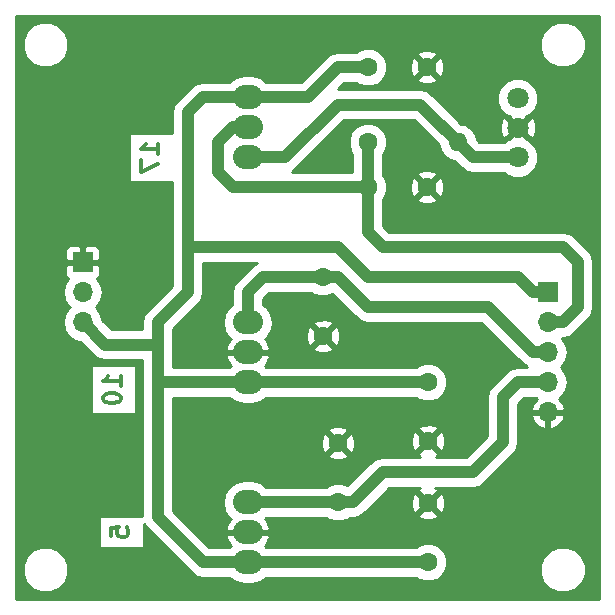
<source format=gbr>
G04 #@! TF.FileFunction,Copper,L2,Bot,Signal*
%FSLAX46Y46*%
G04 Gerber Fmt 4.6, Leading zero omitted, Abs format (unit mm)*
G04 Created by KiCad (PCBNEW 4.0.7-e2-6376~61~ubuntu18.04.1) date Fri Jan 25 11:22:19 2019*
%MOMM*%
%LPD*%
G01*
G04 APERTURE LIST*
%ADD10C,0.100000*%
%ADD11C,0.300000*%
%ADD12C,1.600000*%
%ADD13R,1.700000X1.700000*%
%ADD14O,1.700000X1.700000*%
%ADD15O,1.600000X1.600000*%
%ADD16C,1.800000*%
%ADD17O,2.540000X2.032000*%
%ADD18C,1.000000*%
%ADD19C,0.254000*%
G04 APERTURE END LIST*
D10*
D11*
X129353571Y-101957144D02*
X129353571Y-101242858D01*
X130067857Y-101171429D01*
X129996429Y-101242858D01*
X129925000Y-101385715D01*
X129925000Y-101742858D01*
X129996429Y-101885715D01*
X130067857Y-101957144D01*
X130210714Y-102028572D01*
X130567857Y-102028572D01*
X130710714Y-101957144D01*
X130782143Y-101885715D01*
X130853571Y-101742858D01*
X130853571Y-101385715D01*
X130782143Y-101242858D01*
X130710714Y-101171429D01*
X130218571Y-89249286D02*
X130218571Y-88392143D01*
X130218571Y-88820715D02*
X128718571Y-88820715D01*
X128932857Y-88677858D01*
X129075714Y-88535000D01*
X129147143Y-88392143D01*
X128718571Y-90177857D02*
X128718571Y-90320714D01*
X128790000Y-90463571D01*
X128861429Y-90535000D01*
X129004286Y-90606429D01*
X129290000Y-90677857D01*
X129647143Y-90677857D01*
X129932857Y-90606429D01*
X130075714Y-90535000D01*
X130147143Y-90463571D01*
X130218571Y-90320714D01*
X130218571Y-90177857D01*
X130147143Y-90035000D01*
X130075714Y-89963571D01*
X129932857Y-89892143D01*
X129647143Y-89820714D01*
X129290000Y-89820714D01*
X129004286Y-89892143D01*
X128861429Y-89963571D01*
X128790000Y-90035000D01*
X128718571Y-90177857D01*
X133393571Y-69564286D02*
X133393571Y-68707143D01*
X133393571Y-69135715D02*
X131893571Y-69135715D01*
X132107857Y-68992858D01*
X132250714Y-68850000D01*
X132322143Y-68707143D01*
X131893571Y-70064286D02*
X131893571Y-71064286D01*
X133393571Y-70421429D01*
D12*
X151130000Y-62230000D03*
X156130000Y-62230000D03*
X156210000Y-104140000D03*
X156210000Y-99140000D03*
X156210000Y-88900000D03*
X156210000Y-93900000D03*
X148590000Y-99060000D03*
X148590000Y-94060000D03*
X147320000Y-80010000D03*
X147320000Y-85010000D03*
X151130000Y-72390000D03*
X156130000Y-72390000D03*
D13*
X127000000Y-78740000D03*
D14*
X127000000Y-81280000D03*
X127000000Y-83820000D03*
D13*
X166370000Y-81280000D03*
D14*
X166370000Y-83820000D03*
X166370000Y-86360000D03*
X166370000Y-88900000D03*
X166370000Y-91440000D03*
D12*
X151130000Y-68580000D03*
D15*
X158750000Y-68580000D03*
D16*
X163830000Y-64850000D03*
X163830000Y-67350000D03*
X163830000Y-69850000D03*
D17*
X140970000Y-67310000D03*
X140970000Y-64770000D03*
X140970000Y-69850000D03*
X140970000Y-101600000D03*
X140970000Y-99060000D03*
X140970000Y-104140000D03*
X140970000Y-86360000D03*
X140970000Y-83820000D03*
X140970000Y-88900000D03*
D18*
X127000000Y-83820000D02*
X128905000Y-85725000D01*
X128905000Y-85725000D02*
X133350000Y-85725000D01*
X140970000Y-104140000D02*
X156210000Y-104140000D01*
X166370000Y-81280000D02*
X165100000Y-81280000D01*
X148590000Y-77470000D02*
X135890000Y-77470000D01*
X151130000Y-80010000D02*
X148590000Y-77470000D01*
X163830000Y-80010000D02*
X151130000Y-80010000D01*
X165100000Y-81280000D02*
X163830000Y-80010000D01*
X140970000Y-88900000D02*
X135890000Y-88900000D01*
X135890000Y-88900000D02*
X133350000Y-88900000D01*
X156210000Y-88900000D02*
X149860000Y-88900000D01*
X149860000Y-88900000D02*
X140970000Y-88900000D01*
X140970000Y-64770000D02*
X137160000Y-64770000D01*
X135890000Y-66040000D02*
X135890000Y-77470000D01*
X135890000Y-77470000D02*
X135890000Y-81280000D01*
X137160000Y-64770000D02*
X135890000Y-66040000D01*
X140970000Y-104140000D02*
X137160000Y-104140000D01*
X133350000Y-100330000D02*
X133350000Y-93980000D01*
X133350000Y-93980000D02*
X133350000Y-91440000D01*
X133350000Y-91440000D02*
X133350000Y-88900000D01*
X137160000Y-104140000D02*
X133350000Y-100330000D01*
X133350000Y-83820000D02*
X133350000Y-85725000D01*
X133350000Y-85725000D02*
X133350000Y-88900000D01*
X135890000Y-81280000D02*
X133350000Y-83820000D01*
X140970000Y-64770000D02*
X146050000Y-64770000D01*
X148590000Y-62230000D02*
X151130000Y-62230000D01*
X146050000Y-64770000D02*
X148590000Y-62230000D01*
X148590000Y-99060000D02*
X149860000Y-99060000D01*
X163830000Y-88900000D02*
X166370000Y-88900000D01*
X162560000Y-90170000D02*
X163830000Y-88900000D01*
X162560000Y-93980000D02*
X162560000Y-90170000D01*
X160020000Y-96520000D02*
X162560000Y-93980000D01*
X152400000Y-96520000D02*
X160020000Y-96520000D01*
X149860000Y-99060000D02*
X152400000Y-96520000D01*
X140970000Y-99060000D02*
X148590000Y-99060000D01*
X140970000Y-83820000D02*
X140970000Y-81280000D01*
X140970000Y-81280000D02*
X142240000Y-80010000D01*
X142240000Y-80010000D02*
X147320000Y-80010000D01*
X165100000Y-86360000D02*
X166370000Y-86360000D01*
X161290000Y-82550000D02*
X165100000Y-86360000D01*
X151130000Y-82550000D02*
X161290000Y-82550000D01*
X148590000Y-80010000D02*
X151130000Y-82550000D01*
X142240000Y-80010000D02*
X148590000Y-80010000D01*
X140970000Y-81280000D02*
X142240000Y-80010000D01*
X168910000Y-78740000D02*
X167640000Y-77470000D01*
X167640000Y-83820000D02*
X168910000Y-82550000D01*
X168910000Y-82550000D02*
X168910000Y-78740000D01*
X166370000Y-83820000D02*
X167640000Y-83820000D01*
X151130000Y-76200000D02*
X151130000Y-72390000D01*
X152400000Y-77470000D02*
X151130000Y-76200000D01*
X167640000Y-77470000D02*
X152400000Y-77470000D01*
X140970000Y-67310000D02*
X139700000Y-67310000D01*
X139700000Y-72390000D02*
X151130000Y-72390000D01*
X138430000Y-71120000D02*
X139700000Y-72390000D01*
X138430000Y-68580000D02*
X138430000Y-71120000D01*
X139700000Y-67310000D02*
X138430000Y-68580000D01*
X151130000Y-72390000D02*
X151130000Y-68580000D01*
X158750000Y-68580000D02*
X155575000Y-65405000D01*
X155575000Y-65405000D02*
X148590000Y-65405000D01*
X148590000Y-65405000D02*
X144145000Y-69850000D01*
X144145000Y-69850000D02*
X140970000Y-69850000D01*
X140970000Y-69850000D02*
X144145000Y-69850000D01*
X160020000Y-69850000D02*
X163830000Y-69850000D01*
X155575000Y-65405000D02*
X160020000Y-69850000D01*
X148590000Y-65405000D02*
X155575000Y-65405000D01*
X144145000Y-69850000D02*
X148590000Y-65405000D01*
D19*
G36*
X170740000Y-107240000D02*
X121360000Y-107240000D01*
X121360000Y-105156622D01*
X121897666Y-105156622D01*
X122190416Y-105865132D01*
X122732017Y-106407678D01*
X123440014Y-106701665D01*
X124206622Y-106702334D01*
X124915132Y-106409584D01*
X125457678Y-105867983D01*
X125751665Y-105159986D01*
X125752334Y-104393378D01*
X125459584Y-103684868D01*
X124917983Y-103142322D01*
X124209986Y-102848335D01*
X123443378Y-102847666D01*
X122734868Y-103140416D01*
X122192322Y-103682017D01*
X121898335Y-104390014D01*
X121897666Y-105156622D01*
X121360000Y-105156622D01*
X121360000Y-87471429D01*
X127705000Y-87471429D01*
X127705000Y-91598571D01*
X131525000Y-91598571D01*
X131525000Y-87471429D01*
X127705000Y-87471429D01*
X121360000Y-87471429D01*
X121360000Y-81280000D01*
X125290146Y-81280000D01*
X125417800Y-81921760D01*
X125781328Y-82465818D01*
X125907315Y-82550000D01*
X125781328Y-82634182D01*
X125417800Y-83178240D01*
X125290146Y-83820000D01*
X125417800Y-84461760D01*
X125781328Y-85005818D01*
X126325386Y-85369346D01*
X126758919Y-85455581D01*
X127966669Y-86663331D01*
X128397179Y-86950988D01*
X128905000Y-87052001D01*
X128905005Y-87052000D01*
X132023000Y-87052000D01*
X132023000Y-100250714D01*
X128340000Y-100250714D01*
X128340000Y-102949285D01*
X132160000Y-102949285D01*
X132160000Y-100891681D01*
X132411669Y-101268331D01*
X136221667Y-105078328D01*
X136221669Y-105078331D01*
X136343875Y-105159986D01*
X136652179Y-105365988D01*
X137160000Y-105467001D01*
X137160005Y-105467000D01*
X139407341Y-105467000D01*
X139969631Y-105842710D01*
X140674917Y-105983000D01*
X141265083Y-105983000D01*
X141970369Y-105842710D01*
X142532659Y-105467000D01*
X155235766Y-105467000D01*
X155287175Y-105518499D01*
X155884950Y-105766717D01*
X156532211Y-105767282D01*
X157130418Y-105520108D01*
X157494538Y-105156622D01*
X165712666Y-105156622D01*
X166005416Y-105865132D01*
X166547017Y-106407678D01*
X167255014Y-106701665D01*
X168021622Y-106702334D01*
X168730132Y-106409584D01*
X169272678Y-105867983D01*
X169566665Y-105159986D01*
X169567334Y-104393378D01*
X169274584Y-103684868D01*
X168732983Y-103142322D01*
X168024986Y-102848335D01*
X167258378Y-102847666D01*
X166549868Y-103140416D01*
X166007322Y-103682017D01*
X165713335Y-104390014D01*
X165712666Y-105156622D01*
X157494538Y-105156622D01*
X157588499Y-105062825D01*
X157836717Y-104465050D01*
X157837282Y-103817789D01*
X157590108Y-103219582D01*
X157132825Y-102761501D01*
X156535050Y-102513283D01*
X155887789Y-102512718D01*
X155289582Y-102759892D01*
X155236381Y-102813000D01*
X142532659Y-102813000D01*
X142411749Y-102732210D01*
X142481236Y-102677630D01*
X142797926Y-102114477D01*
X142829975Y-101982944D01*
X142710836Y-101727000D01*
X141097000Y-101727000D01*
X141097000Y-101747000D01*
X140843000Y-101747000D01*
X140843000Y-101727000D01*
X139229164Y-101727000D01*
X139110025Y-101982944D01*
X139142074Y-102114477D01*
X139458764Y-102677630D01*
X139528251Y-102732210D01*
X139407341Y-102813000D01*
X137709661Y-102813000D01*
X134677000Y-99780338D01*
X134677000Y-95067745D01*
X147761861Y-95067745D01*
X147835995Y-95313864D01*
X148373223Y-95506965D01*
X148943454Y-95479778D01*
X149344005Y-95313864D01*
X149418139Y-95067745D01*
X148590000Y-94239605D01*
X147761861Y-95067745D01*
X134677000Y-95067745D01*
X134677000Y-93843223D01*
X147143035Y-93843223D01*
X147170222Y-94413454D01*
X147336136Y-94814005D01*
X147582255Y-94888139D01*
X148410395Y-94060000D01*
X148769605Y-94060000D01*
X149597745Y-94888139D01*
X149843864Y-94814005D01*
X150036965Y-94276777D01*
X150009778Y-93706546D01*
X150000118Y-93683223D01*
X154763035Y-93683223D01*
X154790222Y-94253454D01*
X154956136Y-94654005D01*
X155202255Y-94728139D01*
X156030395Y-93900000D01*
X156389605Y-93900000D01*
X157217745Y-94728139D01*
X157463864Y-94654005D01*
X157656965Y-94116777D01*
X157629778Y-93546546D01*
X157463864Y-93145995D01*
X157217745Y-93071861D01*
X156389605Y-93900000D01*
X156030395Y-93900000D01*
X155202255Y-93071861D01*
X154956136Y-93145995D01*
X154763035Y-93683223D01*
X150000118Y-93683223D01*
X149843864Y-93305995D01*
X149597745Y-93231861D01*
X148769605Y-94060000D01*
X148410395Y-94060000D01*
X147582255Y-93231861D01*
X147336136Y-93305995D01*
X147143035Y-93843223D01*
X134677000Y-93843223D01*
X134677000Y-93052255D01*
X147761861Y-93052255D01*
X148590000Y-93880395D01*
X149418139Y-93052255D01*
X149369946Y-92892255D01*
X155381861Y-92892255D01*
X156210000Y-93720395D01*
X157038139Y-92892255D01*
X156964005Y-92646136D01*
X156426777Y-92453035D01*
X155856546Y-92480222D01*
X155455995Y-92646136D01*
X155381861Y-92892255D01*
X149369946Y-92892255D01*
X149344005Y-92806136D01*
X148806777Y-92613035D01*
X148236546Y-92640222D01*
X147835995Y-92806136D01*
X147761861Y-93052255D01*
X134677000Y-93052255D01*
X134677000Y-90227000D01*
X139407341Y-90227000D01*
X139969631Y-90602710D01*
X140674917Y-90743000D01*
X141265083Y-90743000D01*
X141970369Y-90602710D01*
X142532659Y-90227000D01*
X155235766Y-90227000D01*
X155287175Y-90278499D01*
X155884950Y-90526717D01*
X156532211Y-90527282D01*
X157130418Y-90280108D01*
X157588499Y-89822825D01*
X157836717Y-89225050D01*
X157837282Y-88577789D01*
X157590108Y-87979582D01*
X157132825Y-87521501D01*
X156535050Y-87273283D01*
X155887789Y-87272718D01*
X155289582Y-87519892D01*
X155236381Y-87573000D01*
X142532659Y-87573000D01*
X142411749Y-87492210D01*
X142481236Y-87437630D01*
X142797926Y-86874477D01*
X142829975Y-86742944D01*
X142710836Y-86487000D01*
X141097000Y-86487000D01*
X141097000Y-86507000D01*
X140843000Y-86507000D01*
X140843000Y-86487000D01*
X139229164Y-86487000D01*
X139110025Y-86742944D01*
X139142074Y-86874477D01*
X139458764Y-87437630D01*
X139528251Y-87492210D01*
X139407341Y-87573000D01*
X134677000Y-87573000D01*
X134677000Y-84369662D01*
X136828328Y-82218333D01*
X136828331Y-82218331D01*
X137115988Y-81787821D01*
X137217000Y-81280000D01*
X137217000Y-78797000D01*
X141712741Y-78797000D01*
X141301669Y-79071669D01*
X140031669Y-80341669D01*
X139744012Y-80772179D01*
X139643000Y-81280000D01*
X139643000Y-82335538D01*
X139371719Y-82516802D01*
X138972207Y-83114714D01*
X138831917Y-83820000D01*
X138972207Y-84525286D01*
X139371719Y-85123198D01*
X139528251Y-85227790D01*
X139458764Y-85282370D01*
X139142074Y-85845523D01*
X139110025Y-85977056D01*
X139229164Y-86233000D01*
X140843000Y-86233000D01*
X140843000Y-86213000D01*
X141097000Y-86213000D01*
X141097000Y-86233000D01*
X142710836Y-86233000D01*
X142811034Y-86017745D01*
X146491861Y-86017745D01*
X146565995Y-86263864D01*
X147103223Y-86456965D01*
X147673454Y-86429778D01*
X148074005Y-86263864D01*
X148148139Y-86017745D01*
X147320000Y-85189605D01*
X146491861Y-86017745D01*
X142811034Y-86017745D01*
X142829975Y-85977056D01*
X142797926Y-85845523D01*
X142481236Y-85282370D01*
X142411749Y-85227790D01*
X142568281Y-85123198D01*
X142788763Y-84793223D01*
X145873035Y-84793223D01*
X145900222Y-85363454D01*
X146066136Y-85764005D01*
X146312255Y-85838139D01*
X147140395Y-85010000D01*
X147499605Y-85010000D01*
X148327745Y-85838139D01*
X148573864Y-85764005D01*
X148766965Y-85226777D01*
X148739778Y-84656546D01*
X148573864Y-84255995D01*
X148327745Y-84181861D01*
X147499605Y-85010000D01*
X147140395Y-85010000D01*
X146312255Y-84181861D01*
X146066136Y-84255995D01*
X145873035Y-84793223D01*
X142788763Y-84793223D01*
X142967793Y-84525286D01*
X143071830Y-84002255D01*
X146491861Y-84002255D01*
X147320000Y-84830395D01*
X148148139Y-84002255D01*
X148074005Y-83756136D01*
X147536777Y-83563035D01*
X146966546Y-83590222D01*
X146565995Y-83756136D01*
X146491861Y-84002255D01*
X143071830Y-84002255D01*
X143108083Y-83820000D01*
X142967793Y-83114714D01*
X142568281Y-82516802D01*
X142297000Y-82335538D01*
X142297000Y-81829662D01*
X142789662Y-81337000D01*
X146345766Y-81337000D01*
X146397175Y-81388499D01*
X146994950Y-81636717D01*
X147642211Y-81637282D01*
X148136418Y-81433080D01*
X150191667Y-83488328D01*
X150191669Y-83488331D01*
X150592468Y-83756136D01*
X150622179Y-83775988D01*
X151130000Y-83877000D01*
X160740338Y-83877000D01*
X164161667Y-87298328D01*
X164161669Y-87298331D01*
X164420729Y-87471429D01*
X164572741Y-87573000D01*
X163830000Y-87573000D01*
X163322179Y-87674012D01*
X162891669Y-87961669D01*
X161621669Y-89231669D01*
X161334012Y-89662179D01*
X161233000Y-90170000D01*
X161233000Y-93430339D01*
X159470338Y-95193000D01*
X156869523Y-95193000D01*
X156964005Y-95153864D01*
X157038139Y-94907745D01*
X156210000Y-94079605D01*
X155381861Y-94907745D01*
X155455995Y-95153864D01*
X155564876Y-95193000D01*
X152400000Y-95193000D01*
X151892179Y-95294012D01*
X151461669Y-95581669D01*
X151461667Y-95581672D01*
X149406138Y-97637201D01*
X148915050Y-97433283D01*
X148267789Y-97432718D01*
X147669582Y-97679892D01*
X147616381Y-97733000D01*
X142532659Y-97733000D01*
X141970369Y-97357290D01*
X141265083Y-97217000D01*
X140674917Y-97217000D01*
X139969631Y-97357290D01*
X139371719Y-97756802D01*
X138972207Y-98354714D01*
X138831917Y-99060000D01*
X138972207Y-99765286D01*
X139371719Y-100363198D01*
X139528251Y-100467790D01*
X139458764Y-100522370D01*
X139142074Y-101085523D01*
X139110025Y-101217056D01*
X139229164Y-101473000D01*
X140843000Y-101473000D01*
X140843000Y-101453000D01*
X141097000Y-101453000D01*
X141097000Y-101473000D01*
X142710836Y-101473000D01*
X142829975Y-101217056D01*
X142797926Y-101085523D01*
X142481236Y-100522370D01*
X142411749Y-100467790D01*
X142532659Y-100387000D01*
X147615766Y-100387000D01*
X147667175Y-100438499D01*
X148264950Y-100686717D01*
X148912211Y-100687282D01*
X149510418Y-100440108D01*
X149563619Y-100387000D01*
X149860000Y-100387000D01*
X150367821Y-100285988D01*
X150574716Y-100147745D01*
X155381861Y-100147745D01*
X155455995Y-100393864D01*
X155993223Y-100586965D01*
X156563454Y-100559778D01*
X156964005Y-100393864D01*
X157038139Y-100147745D01*
X156210000Y-99319605D01*
X155381861Y-100147745D01*
X150574716Y-100147745D01*
X150798331Y-99998331D01*
X151873438Y-98923223D01*
X154763035Y-98923223D01*
X154790222Y-99493454D01*
X154956136Y-99894005D01*
X155202255Y-99968139D01*
X156030395Y-99140000D01*
X156389605Y-99140000D01*
X157217745Y-99968139D01*
X157463864Y-99894005D01*
X157656965Y-99356777D01*
X157629778Y-98786546D01*
X157463864Y-98385995D01*
X157217745Y-98311861D01*
X156389605Y-99140000D01*
X156030395Y-99140000D01*
X155202255Y-98311861D01*
X154956136Y-98385995D01*
X154763035Y-98923223D01*
X151873438Y-98923223D01*
X152949661Y-97847000D01*
X155550477Y-97847000D01*
X155455995Y-97886136D01*
X155381861Y-98132255D01*
X156210000Y-98960395D01*
X157038139Y-98132255D01*
X156964005Y-97886136D01*
X156855124Y-97847000D01*
X160020000Y-97847000D01*
X160527821Y-97745988D01*
X160958331Y-97458331D01*
X163498328Y-94918333D01*
X163498331Y-94918331D01*
X163785988Y-94487821D01*
X163887000Y-93980000D01*
X163887000Y-91796890D01*
X164928524Y-91796890D01*
X165098355Y-92206924D01*
X165488642Y-92635183D01*
X166013108Y-92881486D01*
X166243000Y-92760819D01*
X166243000Y-91567000D01*
X166497000Y-91567000D01*
X166497000Y-92760819D01*
X166726892Y-92881486D01*
X167251358Y-92635183D01*
X167641645Y-92206924D01*
X167811476Y-91796890D01*
X167690155Y-91567000D01*
X166497000Y-91567000D01*
X166243000Y-91567000D01*
X165049845Y-91567000D01*
X164928524Y-91796890D01*
X163887000Y-91796890D01*
X163887000Y-90719662D01*
X164379662Y-90227000D01*
X165362622Y-90227000D01*
X165451039Y-90286079D01*
X165098355Y-90673076D01*
X164928524Y-91083110D01*
X165049845Y-91313000D01*
X166243000Y-91313000D01*
X166243000Y-91293000D01*
X166497000Y-91293000D01*
X166497000Y-91313000D01*
X167690155Y-91313000D01*
X167811476Y-91083110D01*
X167641645Y-90673076D01*
X167288961Y-90286079D01*
X167588672Y-90085818D01*
X167952200Y-89541760D01*
X168079854Y-88900000D01*
X167952200Y-88258240D01*
X167588672Y-87714182D01*
X167462685Y-87630000D01*
X167588672Y-87545818D01*
X167952200Y-87001760D01*
X168079854Y-86360000D01*
X167952200Y-85718240D01*
X167588672Y-85174182D01*
X167547991Y-85147000D01*
X167640000Y-85147000D01*
X168147821Y-85045988D01*
X168578331Y-84758331D01*
X169848331Y-83488331D01*
X170135988Y-83057821D01*
X170237000Y-82550000D01*
X170237000Y-78740000D01*
X170135988Y-78232179D01*
X169848331Y-77801669D01*
X168578331Y-76531669D01*
X168147821Y-76244012D01*
X167640000Y-76143000D01*
X152949662Y-76143000D01*
X152457000Y-75650338D01*
X152457000Y-73397745D01*
X155301861Y-73397745D01*
X155375995Y-73643864D01*
X155913223Y-73836965D01*
X156483454Y-73809778D01*
X156884005Y-73643864D01*
X156958139Y-73397745D01*
X156130000Y-72569605D01*
X155301861Y-73397745D01*
X152457000Y-73397745D01*
X152457000Y-73364234D01*
X152508499Y-73312825D01*
X152756717Y-72715050D01*
X152757189Y-72173223D01*
X154683035Y-72173223D01*
X154710222Y-72743454D01*
X154876136Y-73144005D01*
X155122255Y-73218139D01*
X155950395Y-72390000D01*
X156309605Y-72390000D01*
X157137745Y-73218139D01*
X157383864Y-73144005D01*
X157576965Y-72606777D01*
X157549778Y-72036546D01*
X157383864Y-71635995D01*
X157137745Y-71561861D01*
X156309605Y-72390000D01*
X155950395Y-72390000D01*
X155122255Y-71561861D01*
X154876136Y-71635995D01*
X154683035Y-72173223D01*
X152757189Y-72173223D01*
X152757282Y-72067789D01*
X152510108Y-71469582D01*
X152457000Y-71416381D01*
X152457000Y-71382255D01*
X155301861Y-71382255D01*
X156130000Y-72210395D01*
X156958139Y-71382255D01*
X156884005Y-71136136D01*
X156346777Y-70943035D01*
X155776546Y-70970222D01*
X155375995Y-71136136D01*
X155301861Y-71382255D01*
X152457000Y-71382255D01*
X152457000Y-69554234D01*
X152508499Y-69502825D01*
X152756717Y-68905050D01*
X152757282Y-68257789D01*
X152510108Y-67659582D01*
X152052825Y-67201501D01*
X151455050Y-66953283D01*
X150807789Y-66952718D01*
X150209582Y-67199892D01*
X149751501Y-67657175D01*
X149503283Y-68254950D01*
X149502718Y-68902211D01*
X149749892Y-69500418D01*
X149803000Y-69553619D01*
X149803000Y-71063000D01*
X144672259Y-71063000D01*
X145083331Y-70788331D01*
X145083332Y-70788330D01*
X149139661Y-66732000D01*
X155025338Y-66732000D01*
X157145202Y-68851864D01*
X157214973Y-69202626D01*
X157567662Y-69730463D01*
X158095499Y-70083152D01*
X158446262Y-70152923D01*
X159081667Y-70788328D01*
X159081669Y-70788331D01*
X159492741Y-71063000D01*
X159512179Y-71075988D01*
X160020000Y-71177000D01*
X162714468Y-71177000D01*
X162850456Y-71313226D01*
X163484971Y-71576700D01*
X164172014Y-71577299D01*
X164806989Y-71314933D01*
X165293226Y-70829544D01*
X165556700Y-70195029D01*
X165557299Y-69507986D01*
X165294933Y-68873011D01*
X164809544Y-68386774D01*
X164600271Y-68299876D01*
X163830000Y-67529605D01*
X163060109Y-68299496D01*
X162853011Y-68385067D01*
X162714837Y-68523000D01*
X160569661Y-68523000D01*
X160354798Y-68308137D01*
X160285027Y-67957374D01*
X159932338Y-67429537D01*
X159453123Y-67109336D01*
X162283542Y-67109336D01*
X162309161Y-67719460D01*
X162493357Y-68164148D01*
X162749841Y-68250554D01*
X163650395Y-67350000D01*
X164009605Y-67350000D01*
X164910159Y-68250554D01*
X165166643Y-68164148D01*
X165376458Y-67590664D01*
X165350839Y-66980540D01*
X165166643Y-66535852D01*
X164910159Y-66449446D01*
X164009605Y-67350000D01*
X163650395Y-67350000D01*
X162749841Y-66449446D01*
X162493357Y-66535852D01*
X162283542Y-67109336D01*
X159453123Y-67109336D01*
X159404501Y-67076848D01*
X159053739Y-67007077D01*
X157238676Y-65192014D01*
X162102701Y-65192014D01*
X162365067Y-65826989D01*
X162850456Y-66313226D01*
X163059729Y-66400124D01*
X163830000Y-67170395D01*
X164599891Y-66400504D01*
X164806989Y-66314933D01*
X165293226Y-65829544D01*
X165556700Y-65195029D01*
X165557299Y-64507986D01*
X165294933Y-63873011D01*
X164809544Y-63386774D01*
X164175029Y-63123300D01*
X163487986Y-63122701D01*
X162853011Y-63385067D01*
X162366774Y-63870456D01*
X162103300Y-64504971D01*
X162102701Y-65192014D01*
X157238676Y-65192014D01*
X156513331Y-64466669D01*
X156082821Y-64179012D01*
X155575000Y-64078000D01*
X148618661Y-64078000D01*
X149139661Y-63557000D01*
X150155766Y-63557000D01*
X150207175Y-63608499D01*
X150804950Y-63856717D01*
X151452211Y-63857282D01*
X152050418Y-63610108D01*
X152423430Y-63237745D01*
X155301861Y-63237745D01*
X155375995Y-63483864D01*
X155913223Y-63676965D01*
X156483454Y-63649778D01*
X156884005Y-63483864D01*
X156958139Y-63237745D01*
X156130000Y-62409605D01*
X155301861Y-63237745D01*
X152423430Y-63237745D01*
X152508499Y-63152825D01*
X152756717Y-62555050D01*
X152757189Y-62013223D01*
X154683035Y-62013223D01*
X154710222Y-62583454D01*
X154876136Y-62984005D01*
X155122255Y-63058139D01*
X155950395Y-62230000D01*
X156309605Y-62230000D01*
X157137745Y-63058139D01*
X157383864Y-62984005D01*
X157576965Y-62446777D01*
X157549778Y-61876546D01*
X157383864Y-61475995D01*
X157137745Y-61401861D01*
X156309605Y-62230000D01*
X155950395Y-62230000D01*
X155122255Y-61401861D01*
X154876136Y-61475995D01*
X154683035Y-62013223D01*
X152757189Y-62013223D01*
X152757282Y-61907789D01*
X152510108Y-61309582D01*
X152422934Y-61222255D01*
X155301861Y-61222255D01*
X156130000Y-62050395D01*
X156958139Y-61222255D01*
X156884005Y-60976136D01*
X156346777Y-60783035D01*
X155776546Y-60810222D01*
X155375995Y-60976136D01*
X155301861Y-61222255D01*
X152422934Y-61222255D01*
X152052825Y-60851501D01*
X151703918Y-60706622D01*
X165712666Y-60706622D01*
X166005416Y-61415132D01*
X166547017Y-61957678D01*
X167255014Y-62251665D01*
X168021622Y-62252334D01*
X168730132Y-61959584D01*
X169272678Y-61417983D01*
X169566665Y-60709986D01*
X169567334Y-59943378D01*
X169274584Y-59234868D01*
X168732983Y-58692322D01*
X168024986Y-58398335D01*
X167258378Y-58397666D01*
X166549868Y-58690416D01*
X166007322Y-59232017D01*
X165713335Y-59940014D01*
X165712666Y-60706622D01*
X151703918Y-60706622D01*
X151455050Y-60603283D01*
X150807789Y-60602718D01*
X150209582Y-60849892D01*
X150156381Y-60903000D01*
X148590000Y-60903000D01*
X148082179Y-61004012D01*
X147651669Y-61291669D01*
X147651667Y-61291672D01*
X145500338Y-63443000D01*
X142532659Y-63443000D01*
X141970369Y-63067290D01*
X141265083Y-62927000D01*
X140674917Y-62927000D01*
X139969631Y-63067290D01*
X139407341Y-63443000D01*
X137160000Y-63443000D01*
X136652179Y-63544012D01*
X136221669Y-63831669D01*
X134951669Y-65101669D01*
X134664012Y-65532179D01*
X134563000Y-66040000D01*
X134563000Y-67786429D01*
X130880000Y-67786429D01*
X130880000Y-71913571D01*
X134563000Y-71913571D01*
X134563000Y-80730339D01*
X132411669Y-82881669D01*
X132124012Y-83312179D01*
X132023000Y-83820000D01*
X132023000Y-84398000D01*
X129454662Y-84398000D01*
X128668435Y-83611773D01*
X128582200Y-83178240D01*
X128218672Y-82634182D01*
X128092685Y-82550000D01*
X128218672Y-82465818D01*
X128582200Y-81921760D01*
X128709854Y-81280000D01*
X128582200Y-80638240D01*
X128228754Y-80109271D01*
X128388327Y-79949699D01*
X128485000Y-79716310D01*
X128485000Y-79025750D01*
X128326250Y-78867000D01*
X127127000Y-78867000D01*
X127127000Y-78887000D01*
X126873000Y-78887000D01*
X126873000Y-78867000D01*
X125673750Y-78867000D01*
X125515000Y-79025750D01*
X125515000Y-79716310D01*
X125611673Y-79949699D01*
X125771246Y-80109271D01*
X125417800Y-80638240D01*
X125290146Y-81280000D01*
X121360000Y-81280000D01*
X121360000Y-77763690D01*
X125515000Y-77763690D01*
X125515000Y-78454250D01*
X125673750Y-78613000D01*
X126873000Y-78613000D01*
X126873000Y-77413750D01*
X127127000Y-77413750D01*
X127127000Y-78613000D01*
X128326250Y-78613000D01*
X128485000Y-78454250D01*
X128485000Y-77763690D01*
X128388327Y-77530301D01*
X128209698Y-77351673D01*
X127976309Y-77255000D01*
X127285750Y-77255000D01*
X127127000Y-77413750D01*
X126873000Y-77413750D01*
X126714250Y-77255000D01*
X126023691Y-77255000D01*
X125790302Y-77351673D01*
X125611673Y-77530301D01*
X125515000Y-77763690D01*
X121360000Y-77763690D01*
X121360000Y-60706622D01*
X121897666Y-60706622D01*
X122190416Y-61415132D01*
X122732017Y-61957678D01*
X123440014Y-62251665D01*
X124206622Y-62252334D01*
X124915132Y-61959584D01*
X125457678Y-61417983D01*
X125751665Y-60709986D01*
X125752334Y-59943378D01*
X125459584Y-59234868D01*
X124917983Y-58692322D01*
X124209986Y-58398335D01*
X123443378Y-58397666D01*
X122734868Y-58690416D01*
X122192322Y-59232017D01*
X121898335Y-59940014D01*
X121897666Y-60706622D01*
X121360000Y-60706622D01*
X121360000Y-57860000D01*
X170740000Y-57860000D01*
X170740000Y-107240000D01*
X170740000Y-107240000D01*
G37*
X170740000Y-107240000D02*
X121360000Y-107240000D01*
X121360000Y-105156622D01*
X121897666Y-105156622D01*
X122190416Y-105865132D01*
X122732017Y-106407678D01*
X123440014Y-106701665D01*
X124206622Y-106702334D01*
X124915132Y-106409584D01*
X125457678Y-105867983D01*
X125751665Y-105159986D01*
X125752334Y-104393378D01*
X125459584Y-103684868D01*
X124917983Y-103142322D01*
X124209986Y-102848335D01*
X123443378Y-102847666D01*
X122734868Y-103140416D01*
X122192322Y-103682017D01*
X121898335Y-104390014D01*
X121897666Y-105156622D01*
X121360000Y-105156622D01*
X121360000Y-87471429D01*
X127705000Y-87471429D01*
X127705000Y-91598571D01*
X131525000Y-91598571D01*
X131525000Y-87471429D01*
X127705000Y-87471429D01*
X121360000Y-87471429D01*
X121360000Y-81280000D01*
X125290146Y-81280000D01*
X125417800Y-81921760D01*
X125781328Y-82465818D01*
X125907315Y-82550000D01*
X125781328Y-82634182D01*
X125417800Y-83178240D01*
X125290146Y-83820000D01*
X125417800Y-84461760D01*
X125781328Y-85005818D01*
X126325386Y-85369346D01*
X126758919Y-85455581D01*
X127966669Y-86663331D01*
X128397179Y-86950988D01*
X128905000Y-87052001D01*
X128905005Y-87052000D01*
X132023000Y-87052000D01*
X132023000Y-100250714D01*
X128340000Y-100250714D01*
X128340000Y-102949285D01*
X132160000Y-102949285D01*
X132160000Y-100891681D01*
X132411669Y-101268331D01*
X136221667Y-105078328D01*
X136221669Y-105078331D01*
X136343875Y-105159986D01*
X136652179Y-105365988D01*
X137160000Y-105467001D01*
X137160005Y-105467000D01*
X139407341Y-105467000D01*
X139969631Y-105842710D01*
X140674917Y-105983000D01*
X141265083Y-105983000D01*
X141970369Y-105842710D01*
X142532659Y-105467000D01*
X155235766Y-105467000D01*
X155287175Y-105518499D01*
X155884950Y-105766717D01*
X156532211Y-105767282D01*
X157130418Y-105520108D01*
X157494538Y-105156622D01*
X165712666Y-105156622D01*
X166005416Y-105865132D01*
X166547017Y-106407678D01*
X167255014Y-106701665D01*
X168021622Y-106702334D01*
X168730132Y-106409584D01*
X169272678Y-105867983D01*
X169566665Y-105159986D01*
X169567334Y-104393378D01*
X169274584Y-103684868D01*
X168732983Y-103142322D01*
X168024986Y-102848335D01*
X167258378Y-102847666D01*
X166549868Y-103140416D01*
X166007322Y-103682017D01*
X165713335Y-104390014D01*
X165712666Y-105156622D01*
X157494538Y-105156622D01*
X157588499Y-105062825D01*
X157836717Y-104465050D01*
X157837282Y-103817789D01*
X157590108Y-103219582D01*
X157132825Y-102761501D01*
X156535050Y-102513283D01*
X155887789Y-102512718D01*
X155289582Y-102759892D01*
X155236381Y-102813000D01*
X142532659Y-102813000D01*
X142411749Y-102732210D01*
X142481236Y-102677630D01*
X142797926Y-102114477D01*
X142829975Y-101982944D01*
X142710836Y-101727000D01*
X141097000Y-101727000D01*
X141097000Y-101747000D01*
X140843000Y-101747000D01*
X140843000Y-101727000D01*
X139229164Y-101727000D01*
X139110025Y-101982944D01*
X139142074Y-102114477D01*
X139458764Y-102677630D01*
X139528251Y-102732210D01*
X139407341Y-102813000D01*
X137709661Y-102813000D01*
X134677000Y-99780338D01*
X134677000Y-95067745D01*
X147761861Y-95067745D01*
X147835995Y-95313864D01*
X148373223Y-95506965D01*
X148943454Y-95479778D01*
X149344005Y-95313864D01*
X149418139Y-95067745D01*
X148590000Y-94239605D01*
X147761861Y-95067745D01*
X134677000Y-95067745D01*
X134677000Y-93843223D01*
X147143035Y-93843223D01*
X147170222Y-94413454D01*
X147336136Y-94814005D01*
X147582255Y-94888139D01*
X148410395Y-94060000D01*
X148769605Y-94060000D01*
X149597745Y-94888139D01*
X149843864Y-94814005D01*
X150036965Y-94276777D01*
X150009778Y-93706546D01*
X150000118Y-93683223D01*
X154763035Y-93683223D01*
X154790222Y-94253454D01*
X154956136Y-94654005D01*
X155202255Y-94728139D01*
X156030395Y-93900000D01*
X156389605Y-93900000D01*
X157217745Y-94728139D01*
X157463864Y-94654005D01*
X157656965Y-94116777D01*
X157629778Y-93546546D01*
X157463864Y-93145995D01*
X157217745Y-93071861D01*
X156389605Y-93900000D01*
X156030395Y-93900000D01*
X155202255Y-93071861D01*
X154956136Y-93145995D01*
X154763035Y-93683223D01*
X150000118Y-93683223D01*
X149843864Y-93305995D01*
X149597745Y-93231861D01*
X148769605Y-94060000D01*
X148410395Y-94060000D01*
X147582255Y-93231861D01*
X147336136Y-93305995D01*
X147143035Y-93843223D01*
X134677000Y-93843223D01*
X134677000Y-93052255D01*
X147761861Y-93052255D01*
X148590000Y-93880395D01*
X149418139Y-93052255D01*
X149369946Y-92892255D01*
X155381861Y-92892255D01*
X156210000Y-93720395D01*
X157038139Y-92892255D01*
X156964005Y-92646136D01*
X156426777Y-92453035D01*
X155856546Y-92480222D01*
X155455995Y-92646136D01*
X155381861Y-92892255D01*
X149369946Y-92892255D01*
X149344005Y-92806136D01*
X148806777Y-92613035D01*
X148236546Y-92640222D01*
X147835995Y-92806136D01*
X147761861Y-93052255D01*
X134677000Y-93052255D01*
X134677000Y-90227000D01*
X139407341Y-90227000D01*
X139969631Y-90602710D01*
X140674917Y-90743000D01*
X141265083Y-90743000D01*
X141970369Y-90602710D01*
X142532659Y-90227000D01*
X155235766Y-90227000D01*
X155287175Y-90278499D01*
X155884950Y-90526717D01*
X156532211Y-90527282D01*
X157130418Y-90280108D01*
X157588499Y-89822825D01*
X157836717Y-89225050D01*
X157837282Y-88577789D01*
X157590108Y-87979582D01*
X157132825Y-87521501D01*
X156535050Y-87273283D01*
X155887789Y-87272718D01*
X155289582Y-87519892D01*
X155236381Y-87573000D01*
X142532659Y-87573000D01*
X142411749Y-87492210D01*
X142481236Y-87437630D01*
X142797926Y-86874477D01*
X142829975Y-86742944D01*
X142710836Y-86487000D01*
X141097000Y-86487000D01*
X141097000Y-86507000D01*
X140843000Y-86507000D01*
X140843000Y-86487000D01*
X139229164Y-86487000D01*
X139110025Y-86742944D01*
X139142074Y-86874477D01*
X139458764Y-87437630D01*
X139528251Y-87492210D01*
X139407341Y-87573000D01*
X134677000Y-87573000D01*
X134677000Y-84369662D01*
X136828328Y-82218333D01*
X136828331Y-82218331D01*
X137115988Y-81787821D01*
X137217000Y-81280000D01*
X137217000Y-78797000D01*
X141712741Y-78797000D01*
X141301669Y-79071669D01*
X140031669Y-80341669D01*
X139744012Y-80772179D01*
X139643000Y-81280000D01*
X139643000Y-82335538D01*
X139371719Y-82516802D01*
X138972207Y-83114714D01*
X138831917Y-83820000D01*
X138972207Y-84525286D01*
X139371719Y-85123198D01*
X139528251Y-85227790D01*
X139458764Y-85282370D01*
X139142074Y-85845523D01*
X139110025Y-85977056D01*
X139229164Y-86233000D01*
X140843000Y-86233000D01*
X140843000Y-86213000D01*
X141097000Y-86213000D01*
X141097000Y-86233000D01*
X142710836Y-86233000D01*
X142811034Y-86017745D01*
X146491861Y-86017745D01*
X146565995Y-86263864D01*
X147103223Y-86456965D01*
X147673454Y-86429778D01*
X148074005Y-86263864D01*
X148148139Y-86017745D01*
X147320000Y-85189605D01*
X146491861Y-86017745D01*
X142811034Y-86017745D01*
X142829975Y-85977056D01*
X142797926Y-85845523D01*
X142481236Y-85282370D01*
X142411749Y-85227790D01*
X142568281Y-85123198D01*
X142788763Y-84793223D01*
X145873035Y-84793223D01*
X145900222Y-85363454D01*
X146066136Y-85764005D01*
X146312255Y-85838139D01*
X147140395Y-85010000D01*
X147499605Y-85010000D01*
X148327745Y-85838139D01*
X148573864Y-85764005D01*
X148766965Y-85226777D01*
X148739778Y-84656546D01*
X148573864Y-84255995D01*
X148327745Y-84181861D01*
X147499605Y-85010000D01*
X147140395Y-85010000D01*
X146312255Y-84181861D01*
X146066136Y-84255995D01*
X145873035Y-84793223D01*
X142788763Y-84793223D01*
X142967793Y-84525286D01*
X143071830Y-84002255D01*
X146491861Y-84002255D01*
X147320000Y-84830395D01*
X148148139Y-84002255D01*
X148074005Y-83756136D01*
X147536777Y-83563035D01*
X146966546Y-83590222D01*
X146565995Y-83756136D01*
X146491861Y-84002255D01*
X143071830Y-84002255D01*
X143108083Y-83820000D01*
X142967793Y-83114714D01*
X142568281Y-82516802D01*
X142297000Y-82335538D01*
X142297000Y-81829662D01*
X142789662Y-81337000D01*
X146345766Y-81337000D01*
X146397175Y-81388499D01*
X146994950Y-81636717D01*
X147642211Y-81637282D01*
X148136418Y-81433080D01*
X150191667Y-83488328D01*
X150191669Y-83488331D01*
X150592468Y-83756136D01*
X150622179Y-83775988D01*
X151130000Y-83877000D01*
X160740338Y-83877000D01*
X164161667Y-87298328D01*
X164161669Y-87298331D01*
X164420729Y-87471429D01*
X164572741Y-87573000D01*
X163830000Y-87573000D01*
X163322179Y-87674012D01*
X162891669Y-87961669D01*
X161621669Y-89231669D01*
X161334012Y-89662179D01*
X161233000Y-90170000D01*
X161233000Y-93430339D01*
X159470338Y-95193000D01*
X156869523Y-95193000D01*
X156964005Y-95153864D01*
X157038139Y-94907745D01*
X156210000Y-94079605D01*
X155381861Y-94907745D01*
X155455995Y-95153864D01*
X155564876Y-95193000D01*
X152400000Y-95193000D01*
X151892179Y-95294012D01*
X151461669Y-95581669D01*
X151461667Y-95581672D01*
X149406138Y-97637201D01*
X148915050Y-97433283D01*
X148267789Y-97432718D01*
X147669582Y-97679892D01*
X147616381Y-97733000D01*
X142532659Y-97733000D01*
X141970369Y-97357290D01*
X141265083Y-97217000D01*
X140674917Y-97217000D01*
X139969631Y-97357290D01*
X139371719Y-97756802D01*
X138972207Y-98354714D01*
X138831917Y-99060000D01*
X138972207Y-99765286D01*
X139371719Y-100363198D01*
X139528251Y-100467790D01*
X139458764Y-100522370D01*
X139142074Y-101085523D01*
X139110025Y-101217056D01*
X139229164Y-101473000D01*
X140843000Y-101473000D01*
X140843000Y-101453000D01*
X141097000Y-101453000D01*
X141097000Y-101473000D01*
X142710836Y-101473000D01*
X142829975Y-101217056D01*
X142797926Y-101085523D01*
X142481236Y-100522370D01*
X142411749Y-100467790D01*
X142532659Y-100387000D01*
X147615766Y-100387000D01*
X147667175Y-100438499D01*
X148264950Y-100686717D01*
X148912211Y-100687282D01*
X149510418Y-100440108D01*
X149563619Y-100387000D01*
X149860000Y-100387000D01*
X150367821Y-100285988D01*
X150574716Y-100147745D01*
X155381861Y-100147745D01*
X155455995Y-100393864D01*
X155993223Y-100586965D01*
X156563454Y-100559778D01*
X156964005Y-100393864D01*
X157038139Y-100147745D01*
X156210000Y-99319605D01*
X155381861Y-100147745D01*
X150574716Y-100147745D01*
X150798331Y-99998331D01*
X151873438Y-98923223D01*
X154763035Y-98923223D01*
X154790222Y-99493454D01*
X154956136Y-99894005D01*
X155202255Y-99968139D01*
X156030395Y-99140000D01*
X156389605Y-99140000D01*
X157217745Y-99968139D01*
X157463864Y-99894005D01*
X157656965Y-99356777D01*
X157629778Y-98786546D01*
X157463864Y-98385995D01*
X157217745Y-98311861D01*
X156389605Y-99140000D01*
X156030395Y-99140000D01*
X155202255Y-98311861D01*
X154956136Y-98385995D01*
X154763035Y-98923223D01*
X151873438Y-98923223D01*
X152949661Y-97847000D01*
X155550477Y-97847000D01*
X155455995Y-97886136D01*
X155381861Y-98132255D01*
X156210000Y-98960395D01*
X157038139Y-98132255D01*
X156964005Y-97886136D01*
X156855124Y-97847000D01*
X160020000Y-97847000D01*
X160527821Y-97745988D01*
X160958331Y-97458331D01*
X163498328Y-94918333D01*
X163498331Y-94918331D01*
X163785988Y-94487821D01*
X163887000Y-93980000D01*
X163887000Y-91796890D01*
X164928524Y-91796890D01*
X165098355Y-92206924D01*
X165488642Y-92635183D01*
X166013108Y-92881486D01*
X166243000Y-92760819D01*
X166243000Y-91567000D01*
X166497000Y-91567000D01*
X166497000Y-92760819D01*
X166726892Y-92881486D01*
X167251358Y-92635183D01*
X167641645Y-92206924D01*
X167811476Y-91796890D01*
X167690155Y-91567000D01*
X166497000Y-91567000D01*
X166243000Y-91567000D01*
X165049845Y-91567000D01*
X164928524Y-91796890D01*
X163887000Y-91796890D01*
X163887000Y-90719662D01*
X164379662Y-90227000D01*
X165362622Y-90227000D01*
X165451039Y-90286079D01*
X165098355Y-90673076D01*
X164928524Y-91083110D01*
X165049845Y-91313000D01*
X166243000Y-91313000D01*
X166243000Y-91293000D01*
X166497000Y-91293000D01*
X166497000Y-91313000D01*
X167690155Y-91313000D01*
X167811476Y-91083110D01*
X167641645Y-90673076D01*
X167288961Y-90286079D01*
X167588672Y-90085818D01*
X167952200Y-89541760D01*
X168079854Y-88900000D01*
X167952200Y-88258240D01*
X167588672Y-87714182D01*
X167462685Y-87630000D01*
X167588672Y-87545818D01*
X167952200Y-87001760D01*
X168079854Y-86360000D01*
X167952200Y-85718240D01*
X167588672Y-85174182D01*
X167547991Y-85147000D01*
X167640000Y-85147000D01*
X168147821Y-85045988D01*
X168578331Y-84758331D01*
X169848331Y-83488331D01*
X170135988Y-83057821D01*
X170237000Y-82550000D01*
X170237000Y-78740000D01*
X170135988Y-78232179D01*
X169848331Y-77801669D01*
X168578331Y-76531669D01*
X168147821Y-76244012D01*
X167640000Y-76143000D01*
X152949662Y-76143000D01*
X152457000Y-75650338D01*
X152457000Y-73397745D01*
X155301861Y-73397745D01*
X155375995Y-73643864D01*
X155913223Y-73836965D01*
X156483454Y-73809778D01*
X156884005Y-73643864D01*
X156958139Y-73397745D01*
X156130000Y-72569605D01*
X155301861Y-73397745D01*
X152457000Y-73397745D01*
X152457000Y-73364234D01*
X152508499Y-73312825D01*
X152756717Y-72715050D01*
X152757189Y-72173223D01*
X154683035Y-72173223D01*
X154710222Y-72743454D01*
X154876136Y-73144005D01*
X155122255Y-73218139D01*
X155950395Y-72390000D01*
X156309605Y-72390000D01*
X157137745Y-73218139D01*
X157383864Y-73144005D01*
X157576965Y-72606777D01*
X157549778Y-72036546D01*
X157383864Y-71635995D01*
X157137745Y-71561861D01*
X156309605Y-72390000D01*
X155950395Y-72390000D01*
X155122255Y-71561861D01*
X154876136Y-71635995D01*
X154683035Y-72173223D01*
X152757189Y-72173223D01*
X152757282Y-72067789D01*
X152510108Y-71469582D01*
X152457000Y-71416381D01*
X152457000Y-71382255D01*
X155301861Y-71382255D01*
X156130000Y-72210395D01*
X156958139Y-71382255D01*
X156884005Y-71136136D01*
X156346777Y-70943035D01*
X155776546Y-70970222D01*
X155375995Y-71136136D01*
X155301861Y-71382255D01*
X152457000Y-71382255D01*
X152457000Y-69554234D01*
X152508499Y-69502825D01*
X152756717Y-68905050D01*
X152757282Y-68257789D01*
X152510108Y-67659582D01*
X152052825Y-67201501D01*
X151455050Y-66953283D01*
X150807789Y-66952718D01*
X150209582Y-67199892D01*
X149751501Y-67657175D01*
X149503283Y-68254950D01*
X149502718Y-68902211D01*
X149749892Y-69500418D01*
X149803000Y-69553619D01*
X149803000Y-71063000D01*
X144672259Y-71063000D01*
X145083331Y-70788331D01*
X145083332Y-70788330D01*
X149139661Y-66732000D01*
X155025338Y-66732000D01*
X157145202Y-68851864D01*
X157214973Y-69202626D01*
X157567662Y-69730463D01*
X158095499Y-70083152D01*
X158446262Y-70152923D01*
X159081667Y-70788328D01*
X159081669Y-70788331D01*
X159492741Y-71063000D01*
X159512179Y-71075988D01*
X160020000Y-71177000D01*
X162714468Y-71177000D01*
X162850456Y-71313226D01*
X163484971Y-71576700D01*
X164172014Y-71577299D01*
X164806989Y-71314933D01*
X165293226Y-70829544D01*
X165556700Y-70195029D01*
X165557299Y-69507986D01*
X165294933Y-68873011D01*
X164809544Y-68386774D01*
X164600271Y-68299876D01*
X163830000Y-67529605D01*
X163060109Y-68299496D01*
X162853011Y-68385067D01*
X162714837Y-68523000D01*
X160569661Y-68523000D01*
X160354798Y-68308137D01*
X160285027Y-67957374D01*
X159932338Y-67429537D01*
X159453123Y-67109336D01*
X162283542Y-67109336D01*
X162309161Y-67719460D01*
X162493357Y-68164148D01*
X162749841Y-68250554D01*
X163650395Y-67350000D01*
X164009605Y-67350000D01*
X164910159Y-68250554D01*
X165166643Y-68164148D01*
X165376458Y-67590664D01*
X165350839Y-66980540D01*
X165166643Y-66535852D01*
X164910159Y-66449446D01*
X164009605Y-67350000D01*
X163650395Y-67350000D01*
X162749841Y-66449446D01*
X162493357Y-66535852D01*
X162283542Y-67109336D01*
X159453123Y-67109336D01*
X159404501Y-67076848D01*
X159053739Y-67007077D01*
X157238676Y-65192014D01*
X162102701Y-65192014D01*
X162365067Y-65826989D01*
X162850456Y-66313226D01*
X163059729Y-66400124D01*
X163830000Y-67170395D01*
X164599891Y-66400504D01*
X164806989Y-66314933D01*
X165293226Y-65829544D01*
X165556700Y-65195029D01*
X165557299Y-64507986D01*
X165294933Y-63873011D01*
X164809544Y-63386774D01*
X164175029Y-63123300D01*
X163487986Y-63122701D01*
X162853011Y-63385067D01*
X162366774Y-63870456D01*
X162103300Y-64504971D01*
X162102701Y-65192014D01*
X157238676Y-65192014D01*
X156513331Y-64466669D01*
X156082821Y-64179012D01*
X155575000Y-64078000D01*
X148618661Y-64078000D01*
X149139661Y-63557000D01*
X150155766Y-63557000D01*
X150207175Y-63608499D01*
X150804950Y-63856717D01*
X151452211Y-63857282D01*
X152050418Y-63610108D01*
X152423430Y-63237745D01*
X155301861Y-63237745D01*
X155375995Y-63483864D01*
X155913223Y-63676965D01*
X156483454Y-63649778D01*
X156884005Y-63483864D01*
X156958139Y-63237745D01*
X156130000Y-62409605D01*
X155301861Y-63237745D01*
X152423430Y-63237745D01*
X152508499Y-63152825D01*
X152756717Y-62555050D01*
X152757189Y-62013223D01*
X154683035Y-62013223D01*
X154710222Y-62583454D01*
X154876136Y-62984005D01*
X155122255Y-63058139D01*
X155950395Y-62230000D01*
X156309605Y-62230000D01*
X157137745Y-63058139D01*
X157383864Y-62984005D01*
X157576965Y-62446777D01*
X157549778Y-61876546D01*
X157383864Y-61475995D01*
X157137745Y-61401861D01*
X156309605Y-62230000D01*
X155950395Y-62230000D01*
X155122255Y-61401861D01*
X154876136Y-61475995D01*
X154683035Y-62013223D01*
X152757189Y-62013223D01*
X152757282Y-61907789D01*
X152510108Y-61309582D01*
X152422934Y-61222255D01*
X155301861Y-61222255D01*
X156130000Y-62050395D01*
X156958139Y-61222255D01*
X156884005Y-60976136D01*
X156346777Y-60783035D01*
X155776546Y-60810222D01*
X155375995Y-60976136D01*
X155301861Y-61222255D01*
X152422934Y-61222255D01*
X152052825Y-60851501D01*
X151703918Y-60706622D01*
X165712666Y-60706622D01*
X166005416Y-61415132D01*
X166547017Y-61957678D01*
X167255014Y-62251665D01*
X168021622Y-62252334D01*
X168730132Y-61959584D01*
X169272678Y-61417983D01*
X169566665Y-60709986D01*
X169567334Y-59943378D01*
X169274584Y-59234868D01*
X168732983Y-58692322D01*
X168024986Y-58398335D01*
X167258378Y-58397666D01*
X166549868Y-58690416D01*
X166007322Y-59232017D01*
X165713335Y-59940014D01*
X165712666Y-60706622D01*
X151703918Y-60706622D01*
X151455050Y-60603283D01*
X150807789Y-60602718D01*
X150209582Y-60849892D01*
X150156381Y-60903000D01*
X148590000Y-60903000D01*
X148082179Y-61004012D01*
X147651669Y-61291669D01*
X147651667Y-61291672D01*
X145500338Y-63443000D01*
X142532659Y-63443000D01*
X141970369Y-63067290D01*
X141265083Y-62927000D01*
X140674917Y-62927000D01*
X139969631Y-63067290D01*
X139407341Y-63443000D01*
X137160000Y-63443000D01*
X136652179Y-63544012D01*
X136221669Y-63831669D01*
X134951669Y-65101669D01*
X134664012Y-65532179D01*
X134563000Y-66040000D01*
X134563000Y-67786429D01*
X130880000Y-67786429D01*
X130880000Y-71913571D01*
X134563000Y-71913571D01*
X134563000Y-80730339D01*
X132411669Y-82881669D01*
X132124012Y-83312179D01*
X132023000Y-83820000D01*
X132023000Y-84398000D01*
X129454662Y-84398000D01*
X128668435Y-83611773D01*
X128582200Y-83178240D01*
X128218672Y-82634182D01*
X128092685Y-82550000D01*
X128218672Y-82465818D01*
X128582200Y-81921760D01*
X128709854Y-81280000D01*
X128582200Y-80638240D01*
X128228754Y-80109271D01*
X128388327Y-79949699D01*
X128485000Y-79716310D01*
X128485000Y-79025750D01*
X128326250Y-78867000D01*
X127127000Y-78867000D01*
X127127000Y-78887000D01*
X126873000Y-78887000D01*
X126873000Y-78867000D01*
X125673750Y-78867000D01*
X125515000Y-79025750D01*
X125515000Y-79716310D01*
X125611673Y-79949699D01*
X125771246Y-80109271D01*
X125417800Y-80638240D01*
X125290146Y-81280000D01*
X121360000Y-81280000D01*
X121360000Y-77763690D01*
X125515000Y-77763690D01*
X125515000Y-78454250D01*
X125673750Y-78613000D01*
X126873000Y-78613000D01*
X126873000Y-77413750D01*
X127127000Y-77413750D01*
X127127000Y-78613000D01*
X128326250Y-78613000D01*
X128485000Y-78454250D01*
X128485000Y-77763690D01*
X128388327Y-77530301D01*
X128209698Y-77351673D01*
X127976309Y-77255000D01*
X127285750Y-77255000D01*
X127127000Y-77413750D01*
X126873000Y-77413750D01*
X126714250Y-77255000D01*
X126023691Y-77255000D01*
X125790302Y-77351673D01*
X125611673Y-77530301D01*
X125515000Y-77763690D01*
X121360000Y-77763690D01*
X121360000Y-60706622D01*
X121897666Y-60706622D01*
X122190416Y-61415132D01*
X122732017Y-61957678D01*
X123440014Y-62251665D01*
X124206622Y-62252334D01*
X124915132Y-61959584D01*
X125457678Y-61417983D01*
X125751665Y-60709986D01*
X125752334Y-59943378D01*
X125459584Y-59234868D01*
X124917983Y-58692322D01*
X124209986Y-58398335D01*
X123443378Y-58397666D01*
X122734868Y-58690416D01*
X122192322Y-59232017D01*
X121898335Y-59940014D01*
X121897666Y-60706622D01*
X121360000Y-60706622D01*
X121360000Y-57860000D01*
X170740000Y-57860000D01*
X170740000Y-107240000D01*
M02*

</source>
